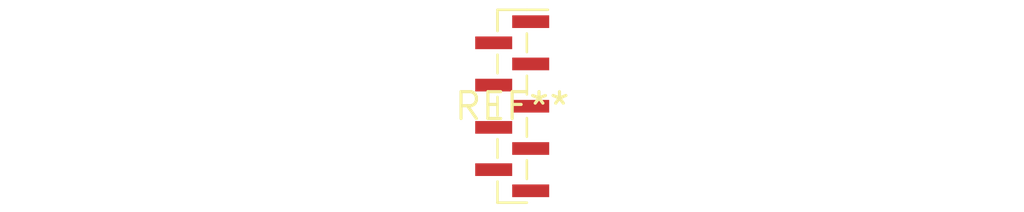
<source format=kicad_pcb>
(kicad_pcb (version 20240108) (generator pcbnew)
  (layers (0 "F.Cu" signal) (31 "B.Cu" signal) (34 "B.Paste" user) (35 "F.Paste" user) (36 "B.SilkS" user "B.Silkscreen") (37 "F.SilkS" user "F.Silkscreen") (38 "B.Mask" user) (39 "F.Mask" user) (44 "Edge.Cuts" user))
  (net 0 "")
  (footprint "PinHeader_1x09_P1.00mm_Vertical_SMD_Pin1Right" (layer "F.Cu") (at 0 0)
    (property "Reference" "REF**")
    (property "Value" "PinHeader_1x09_P1.00mm_Vertical_SMD_Pin1Right")
    (fp_line (start -0.695 -4.56) (end -0.695 -3.56) (layer "F.SilkS") (stroke (width 0.12)))
    (fp_line (start -0.695 -4.56) (end 0.695 -4.56) (layer "F.SilkS") (stroke (width 0.12)))
    (fp_line (start -0.695 -4.44) (end -0.695 -3.56) (layer "F.SilkS") (stroke (width 0.12)))
    (fp_line (start -0.695 -2.44) (end -0.695 -1.56) (layer "F.SilkS") (stroke (width 0.12)))
    (fp_line (start -0.695 -0.44) (end -0.695 0.44) (layer "F.SilkS") (stroke (width 0.12)))
    (fp_line (start -0.695 1.56) (end -0.695 2.44) (layer "F.SilkS") (stroke (width 0.12)))
    (fp_line (start -0.695 3.56) (end -0.695 4.56) (layer "F.SilkS") (stroke (width 0.12)))
    (fp_line (start -0.695 4.56) (end -0.695 4.56) (layer "F.SilkS") (stroke (width 0.12)))
    (fp_line (start -0.695 4.56) (end 0.695 4.56) (layer "F.SilkS") (stroke (width 0.12)))
    (fp_line (start 0.695 -4.56) (end 0.695 -4.56) (layer "F.SilkS") (stroke (width 0.12)))
    (fp_line (start 0.695 -4.56) (end 1.69 -4.56) (layer "F.SilkS") (stroke (width 0.12)))
    (fp_line (start 0.695 -3.44) (end 0.695 -2.56) (layer "F.SilkS") (stroke (width 0.12)))
    (fp_line (start 0.695 -1.44) (end 0.695 -0.56) (layer "F.SilkS") (stroke (width 0.12)))
    (fp_line (start 0.695 0.56) (end 0.695 1.44) (layer "F.SilkS") (stroke (width 0.12)))
    (fp_line (start 0.695 2.56) (end 0.695 3.44) (layer "F.SilkS") (stroke (width 0.12)))
    (pad "1" smd rect (at 0.875 -4) (size 1.75 0.6) (layers "F.Cu" "F.Paste" "F.Mask"))
    (pad "2" smd rect (at -0.875 -3) (size 1.75 0.6) (layers "F.Cu" "F.Paste" "F.Mask"))
    (pad "3" smd rect (at 0.875 -2) (size 1.75 0.6) (layers "F.Cu" "F.Paste" "F.Mask"))
    (pad "4" smd rect (at -0.875 -1) (size 1.75 0.6) (layers "F.Cu" "F.Paste" "F.Mask"))
    (pad "5" smd rect (at 0.875 0) (size 1.75 0.6) (layers "F.Cu" "F.Paste" "F.Mask"))
    (pad "6" smd rect (at -0.875 1) (size 1.75 0.6) (layers "F.Cu" "F.Paste" "F.Mask"))
    (pad "7" smd rect (at 0.875 2) (size 1.75 0.6) (layers "F.Cu" "F.Paste" "F.Mask"))
    (pad "8" smd rect (at -0.875 3) (size 1.75 0.6) (layers "F.Cu" "F.Paste" "F.Mask"))
    (pad "9" smd rect (at 0.875 4) (size 1.75 0.6) (layers "F.Cu" "F.Paste" "F.Mask"))
  )
)
</source>
